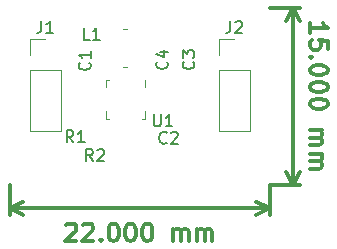
<source format=gbr>
G04 #@! TF.GenerationSoftware,KiCad,Pcbnew,(5.0.2)-1*
G04 #@! TF.CreationDate,2019-03-22T14:25:24+01:00*
G04 #@! TF.ProjectId,TPS63031,54505336-3330-4333-912e-6b696361645f,rev?*
G04 #@! TF.SameCoordinates,Original*
G04 #@! TF.FileFunction,Legend,Top*
G04 #@! TF.FilePolarity,Positive*
%FSLAX46Y46*%
G04 Gerber Fmt 4.6, Leading zero omitted, Abs format (unit mm)*
G04 Created by KiCad (PCBNEW (5.0.2)-1) date 03/22/19 14:25:24*
%MOMM*%
%LPD*%
G01*
G04 APERTURE LIST*
%ADD10C,0.300000*%
%ADD11C,0.120000*%
%ADD12C,0.150000*%
G04 APERTURE END LIST*
D10*
X170421428Y-87142857D02*
X170421428Y-86285714D01*
X170421428Y-86714285D02*
X171921428Y-86714285D01*
X171707142Y-86571428D01*
X171564285Y-86428571D01*
X171492857Y-86285714D01*
X171921428Y-88500000D02*
X171921428Y-87785714D01*
X171207142Y-87714285D01*
X171278571Y-87785714D01*
X171350000Y-87928571D01*
X171350000Y-88285714D01*
X171278571Y-88428571D01*
X171207142Y-88500000D01*
X171064285Y-88571428D01*
X170707142Y-88571428D01*
X170564285Y-88500000D01*
X170492857Y-88428571D01*
X170421428Y-88285714D01*
X170421428Y-87928571D01*
X170492857Y-87785714D01*
X170564285Y-87714285D01*
X170564285Y-89214285D02*
X170492857Y-89285714D01*
X170421428Y-89214285D01*
X170492857Y-89142857D01*
X170564285Y-89214285D01*
X170421428Y-89214285D01*
X171921428Y-90214285D02*
X171921428Y-90357142D01*
X171850000Y-90500000D01*
X171778571Y-90571428D01*
X171635714Y-90642857D01*
X171350000Y-90714285D01*
X170992857Y-90714285D01*
X170707142Y-90642857D01*
X170564285Y-90571428D01*
X170492857Y-90500000D01*
X170421428Y-90357142D01*
X170421428Y-90214285D01*
X170492857Y-90071428D01*
X170564285Y-90000000D01*
X170707142Y-89928571D01*
X170992857Y-89857142D01*
X171350000Y-89857142D01*
X171635714Y-89928571D01*
X171778571Y-90000000D01*
X171850000Y-90071428D01*
X171921428Y-90214285D01*
X171921428Y-91642857D02*
X171921428Y-91785714D01*
X171850000Y-91928571D01*
X171778571Y-92000000D01*
X171635714Y-92071428D01*
X171350000Y-92142857D01*
X170992857Y-92142857D01*
X170707142Y-92071428D01*
X170564285Y-92000000D01*
X170492857Y-91928571D01*
X170421428Y-91785714D01*
X170421428Y-91642857D01*
X170492857Y-91500000D01*
X170564285Y-91428571D01*
X170707142Y-91357142D01*
X170992857Y-91285714D01*
X171350000Y-91285714D01*
X171635714Y-91357142D01*
X171778571Y-91428571D01*
X171850000Y-91500000D01*
X171921428Y-91642857D01*
X171921428Y-93071428D02*
X171921428Y-93214285D01*
X171850000Y-93357142D01*
X171778571Y-93428571D01*
X171635714Y-93500000D01*
X171350000Y-93571428D01*
X170992857Y-93571428D01*
X170707142Y-93500000D01*
X170564285Y-93428571D01*
X170492857Y-93357142D01*
X170421428Y-93214285D01*
X170421428Y-93071428D01*
X170492857Y-92928571D01*
X170564285Y-92857142D01*
X170707142Y-92785714D01*
X170992857Y-92714285D01*
X171350000Y-92714285D01*
X171635714Y-92785714D01*
X171778571Y-92857142D01*
X171850000Y-92928571D01*
X171921428Y-93071428D01*
X170421428Y-95357142D02*
X171421428Y-95357142D01*
X171278571Y-95357142D02*
X171350000Y-95428571D01*
X171421428Y-95571428D01*
X171421428Y-95785714D01*
X171350000Y-95928571D01*
X171207142Y-96000000D01*
X170421428Y-96000000D01*
X171207142Y-96000000D02*
X171350000Y-96071428D01*
X171421428Y-96214285D01*
X171421428Y-96428571D01*
X171350000Y-96571428D01*
X171207142Y-96642857D01*
X170421428Y-96642857D01*
X170421428Y-97357142D02*
X171421428Y-97357142D01*
X171278571Y-97357142D02*
X171350000Y-97428571D01*
X171421428Y-97571428D01*
X171421428Y-97785714D01*
X171350000Y-97928571D01*
X171207142Y-98000000D01*
X170421428Y-98000000D01*
X171207142Y-98000000D02*
X171350000Y-98071428D01*
X171421428Y-98214285D01*
X171421428Y-98428571D01*
X171350000Y-98571428D01*
X171207142Y-98642857D01*
X170421428Y-98642857D01*
X169000000Y-85000000D02*
X169000000Y-100000000D01*
X167000000Y-85000000D02*
X169586421Y-85000000D01*
X167000000Y-100000000D02*
X169586421Y-100000000D01*
X169000000Y-100000000D02*
X168413579Y-98873496D01*
X169000000Y-100000000D02*
X169586421Y-98873496D01*
X169000000Y-85000000D02*
X168413579Y-86126504D01*
X169000000Y-85000000D02*
X169586421Y-86126504D01*
X149785714Y-103421427D02*
X149857142Y-103349999D01*
X150000000Y-103278570D01*
X150357142Y-103278570D01*
X150500000Y-103349999D01*
X150571428Y-103421427D01*
X150642857Y-103564284D01*
X150642857Y-103707141D01*
X150571428Y-103921427D01*
X149714285Y-104778570D01*
X150642857Y-104778570D01*
X151214285Y-103421427D02*
X151285714Y-103349999D01*
X151428571Y-103278570D01*
X151785714Y-103278570D01*
X151928571Y-103349999D01*
X152000000Y-103421427D01*
X152071428Y-103564284D01*
X152071428Y-103707141D01*
X152000000Y-103921427D01*
X151142857Y-104778570D01*
X152071428Y-104778570D01*
X152714285Y-104635713D02*
X152785714Y-104707141D01*
X152714285Y-104778570D01*
X152642857Y-104707141D01*
X152714285Y-104635713D01*
X152714285Y-104778570D01*
X153714285Y-103278570D02*
X153857142Y-103278570D01*
X154000000Y-103349999D01*
X154071428Y-103421427D01*
X154142857Y-103564284D01*
X154214285Y-103849999D01*
X154214285Y-104207141D01*
X154142857Y-104492856D01*
X154071428Y-104635713D01*
X154000000Y-104707141D01*
X153857142Y-104778570D01*
X153714285Y-104778570D01*
X153571428Y-104707141D01*
X153500000Y-104635713D01*
X153428571Y-104492856D01*
X153357142Y-104207141D01*
X153357142Y-103849999D01*
X153428571Y-103564284D01*
X153500000Y-103421427D01*
X153571428Y-103349999D01*
X153714285Y-103278570D01*
X155142857Y-103278570D02*
X155285714Y-103278570D01*
X155428571Y-103349999D01*
X155500000Y-103421427D01*
X155571428Y-103564284D01*
X155642857Y-103849999D01*
X155642857Y-104207141D01*
X155571428Y-104492856D01*
X155500000Y-104635713D01*
X155428571Y-104707141D01*
X155285714Y-104778570D01*
X155142857Y-104778570D01*
X155000000Y-104707141D01*
X154928571Y-104635713D01*
X154857142Y-104492856D01*
X154785714Y-104207141D01*
X154785714Y-103849999D01*
X154857142Y-103564284D01*
X154928571Y-103421427D01*
X155000000Y-103349999D01*
X155142857Y-103278570D01*
X156571428Y-103278570D02*
X156714285Y-103278570D01*
X156857142Y-103349999D01*
X156928571Y-103421427D01*
X157000000Y-103564284D01*
X157071428Y-103849999D01*
X157071428Y-104207141D01*
X157000000Y-104492856D01*
X156928571Y-104635713D01*
X156857142Y-104707141D01*
X156714285Y-104778570D01*
X156571428Y-104778570D01*
X156428571Y-104707141D01*
X156357142Y-104635713D01*
X156285714Y-104492856D01*
X156214285Y-104207141D01*
X156214285Y-103849999D01*
X156285714Y-103564284D01*
X156357142Y-103421427D01*
X156428571Y-103349999D01*
X156571428Y-103278570D01*
X158857142Y-104778570D02*
X158857142Y-103778570D01*
X158857142Y-103921427D02*
X158928571Y-103849999D01*
X159071428Y-103778570D01*
X159285714Y-103778570D01*
X159428571Y-103849999D01*
X159500000Y-103992856D01*
X159500000Y-104778570D01*
X159500000Y-103992856D02*
X159571428Y-103849999D01*
X159714285Y-103778570D01*
X159928571Y-103778570D01*
X160071428Y-103849999D01*
X160142857Y-103992856D01*
X160142857Y-104778570D01*
X160857142Y-104778570D02*
X160857142Y-103778570D01*
X160857142Y-103921427D02*
X160928571Y-103849999D01*
X161071428Y-103778570D01*
X161285714Y-103778570D01*
X161428571Y-103849999D01*
X161500000Y-103992856D01*
X161500000Y-104778570D01*
X161500000Y-103992856D02*
X161571428Y-103849999D01*
X161714285Y-103778570D01*
X161928571Y-103778570D01*
X162071428Y-103849999D01*
X162142857Y-103992856D01*
X162142857Y-104778570D01*
X145000000Y-101999999D02*
X167000000Y-101999999D01*
X145000000Y-100000000D02*
X145000000Y-102586420D01*
X167000000Y-100000000D02*
X167000000Y-102586420D01*
X167000000Y-101999999D02*
X165873496Y-102586420D01*
X167000000Y-101999999D02*
X165873496Y-101413578D01*
X145000000Y-101999999D02*
X146126504Y-102586420D01*
X145000000Y-101999999D02*
X146126504Y-101413578D01*
D11*
G04 #@! TO.C,J1*
X146670000Y-95410000D02*
X149330000Y-95410000D01*
X146670000Y-90270000D02*
X146670000Y-95410000D01*
X149330000Y-90270000D02*
X149330000Y-95410000D01*
X146670000Y-90270000D02*
X149330000Y-90270000D01*
X146670000Y-89000000D02*
X146670000Y-87670000D01*
X146670000Y-87670000D02*
X148000000Y-87670000D01*
G04 #@! TO.C,J2*
X162670000Y-87670000D02*
X164000000Y-87670000D01*
X162670000Y-89000000D02*
X162670000Y-87670000D01*
X162670000Y-90270000D02*
X165330000Y-90270000D01*
X165330000Y-90270000D02*
X165330000Y-95410000D01*
X162670000Y-90270000D02*
X162670000Y-95410000D01*
X162670000Y-95410000D02*
X165330000Y-95410000D01*
G04 #@! TO.C,L1*
X154562200Y-86792000D02*
X154962200Y-86792000D01*
X154562200Y-89992000D02*
X154962200Y-89992000D01*
G04 #@! TO.C,U1*
X153113001Y-93718001D02*
X153113001Y-94383001D01*
X156413001Y-91083001D02*
X156413001Y-91748001D01*
X156413001Y-93718001D02*
X156413001Y-94383001D01*
X153113001Y-91083001D02*
X153113001Y-91748001D01*
X156163001Y-94383001D02*
X156413001Y-94383001D01*
X153363001Y-94383001D02*
X153113001Y-94383001D01*
X153113001Y-91083001D02*
X153363001Y-91083001D01*
G04 #@! TO.C,C1*
D12*
X151741142Y-89650866D02*
X151788761Y-89698485D01*
X151836380Y-89841342D01*
X151836380Y-89936580D01*
X151788761Y-90079438D01*
X151693523Y-90174676D01*
X151598285Y-90222295D01*
X151407809Y-90269914D01*
X151264952Y-90269914D01*
X151074476Y-90222295D01*
X150979238Y-90174676D01*
X150884000Y-90079438D01*
X150836380Y-89936580D01*
X150836380Y-89841342D01*
X150884000Y-89698485D01*
X150931619Y-89650866D01*
X151836380Y-88698485D02*
X151836380Y-89269914D01*
X151836380Y-88984200D02*
X150836380Y-88984200D01*
X150979238Y-89079438D01*
X151074476Y-89174676D01*
X151122095Y-89269914D01*
G04 #@! TO.C,C2*
X158278533Y-96419942D02*
X158230914Y-96467561D01*
X158088057Y-96515180D01*
X157992819Y-96515180D01*
X157849961Y-96467561D01*
X157754723Y-96372323D01*
X157707104Y-96277085D01*
X157659485Y-96086609D01*
X157659485Y-95943752D01*
X157707104Y-95753276D01*
X157754723Y-95658038D01*
X157849961Y-95562800D01*
X157992819Y-95515180D01*
X158088057Y-95515180D01*
X158230914Y-95562800D01*
X158278533Y-95610419D01*
X158659485Y-95610419D02*
X158707104Y-95562800D01*
X158802342Y-95515180D01*
X159040438Y-95515180D01*
X159135676Y-95562800D01*
X159183295Y-95610419D01*
X159230914Y-95705657D01*
X159230914Y-95800895D01*
X159183295Y-95943752D01*
X158611866Y-96515180D01*
X159230914Y-96515180D01*
G04 #@! TO.C,C3*
X160529542Y-89574666D02*
X160577161Y-89622285D01*
X160624780Y-89765142D01*
X160624780Y-89860380D01*
X160577161Y-90003238D01*
X160481923Y-90098476D01*
X160386685Y-90146095D01*
X160196209Y-90193714D01*
X160053352Y-90193714D01*
X159862876Y-90146095D01*
X159767638Y-90098476D01*
X159672400Y-90003238D01*
X159624780Y-89860380D01*
X159624780Y-89765142D01*
X159672400Y-89622285D01*
X159720019Y-89574666D01*
X159624780Y-89241333D02*
X159624780Y-88622285D01*
X160005733Y-88955619D01*
X160005733Y-88812761D01*
X160053352Y-88717523D01*
X160100971Y-88669904D01*
X160196209Y-88622285D01*
X160434304Y-88622285D01*
X160529542Y-88669904D01*
X160577161Y-88717523D01*
X160624780Y-88812761D01*
X160624780Y-89098476D01*
X160577161Y-89193714D01*
X160529542Y-89241333D01*
G04 #@! TO.C,C4*
X158294342Y-89574666D02*
X158341961Y-89622285D01*
X158389580Y-89765142D01*
X158389580Y-89860380D01*
X158341961Y-90003238D01*
X158246723Y-90098476D01*
X158151485Y-90146095D01*
X157961009Y-90193714D01*
X157818152Y-90193714D01*
X157627676Y-90146095D01*
X157532438Y-90098476D01*
X157437200Y-90003238D01*
X157389580Y-89860380D01*
X157389580Y-89765142D01*
X157437200Y-89622285D01*
X157484819Y-89574666D01*
X157722914Y-88717523D02*
X158389580Y-88717523D01*
X157341961Y-88955619D02*
X158056247Y-89193714D01*
X158056247Y-88574666D01*
G04 #@! TO.C,J1*
X147666666Y-86122380D02*
X147666666Y-86836666D01*
X147619047Y-86979523D01*
X147523809Y-87074761D01*
X147380952Y-87122380D01*
X147285714Y-87122380D01*
X148666666Y-87122380D02*
X148095238Y-87122380D01*
X148380952Y-87122380D02*
X148380952Y-86122380D01*
X148285714Y-86265238D01*
X148190476Y-86360476D01*
X148095238Y-86408095D01*
G04 #@! TO.C,J2*
X163666666Y-86122380D02*
X163666666Y-86836666D01*
X163619047Y-86979523D01*
X163523809Y-87074761D01*
X163380952Y-87122380D01*
X163285714Y-87122380D01*
X164095238Y-86217619D02*
X164142857Y-86170000D01*
X164238095Y-86122380D01*
X164476190Y-86122380D01*
X164571428Y-86170000D01*
X164619047Y-86217619D01*
X164666666Y-86312857D01*
X164666666Y-86408095D01*
X164619047Y-86550952D01*
X164047619Y-87122380D01*
X164666666Y-87122380D01*
G04 #@! TO.C,L1*
X151750733Y-87701380D02*
X151274542Y-87701380D01*
X151274542Y-86701380D01*
X152607876Y-87701380D02*
X152036447Y-87701380D01*
X152322161Y-87701380D02*
X152322161Y-86701380D01*
X152226923Y-86844238D01*
X152131685Y-86939476D01*
X152036447Y-86987095D01*
G04 #@! TO.C,R1*
X150379133Y-96388180D02*
X150045800Y-95911990D01*
X149807704Y-96388180D02*
X149807704Y-95388180D01*
X150188657Y-95388180D01*
X150283895Y-95435800D01*
X150331514Y-95483419D01*
X150379133Y-95578657D01*
X150379133Y-95721514D01*
X150331514Y-95816752D01*
X150283895Y-95864371D01*
X150188657Y-95911990D01*
X149807704Y-95911990D01*
X151331514Y-96388180D02*
X150760085Y-96388180D01*
X151045800Y-96388180D02*
X151045800Y-95388180D01*
X150950561Y-95531038D01*
X150855323Y-95626276D01*
X150760085Y-95673895D01*
G04 #@! TO.C,R2*
X152030133Y-97988380D02*
X151696800Y-97512190D01*
X151458704Y-97988380D02*
X151458704Y-96988380D01*
X151839657Y-96988380D01*
X151934895Y-97036000D01*
X151982514Y-97083619D01*
X152030133Y-97178857D01*
X152030133Y-97321714D01*
X151982514Y-97416952D01*
X151934895Y-97464571D01*
X151839657Y-97512190D01*
X151458704Y-97512190D01*
X152411085Y-97083619D02*
X152458704Y-97036000D01*
X152553942Y-96988380D01*
X152792038Y-96988380D01*
X152887276Y-97036000D01*
X152934895Y-97083619D01*
X152982514Y-97178857D01*
X152982514Y-97274095D01*
X152934895Y-97416952D01*
X152363466Y-97988380D01*
X152982514Y-97988380D01*
G04 #@! TO.C,U1*
X157200695Y-94041980D02*
X157200695Y-94851504D01*
X157248314Y-94946742D01*
X157295933Y-94994361D01*
X157391171Y-95041980D01*
X157581647Y-95041980D01*
X157676885Y-94994361D01*
X157724504Y-94946742D01*
X157772123Y-94851504D01*
X157772123Y-94041980D01*
X158772123Y-95041980D02*
X158200695Y-95041980D01*
X158486409Y-95041980D02*
X158486409Y-94041980D01*
X158391171Y-94184838D01*
X158295933Y-94280076D01*
X158200695Y-94327695D01*
G04 #@! TD*
M02*

</source>
